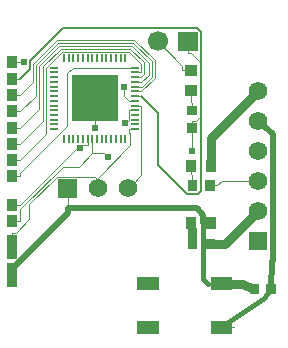
<source format=gtl>
G04 Layer: TopLayer*
G04 EasyEDA v6.4.25, 2021-10-20T20:18:06+03:00*
G04 dcba5cd40900447394ce88492ccb6976,3ac546bf038a4e40b039f7879bd882b5,10*
G04 Gerber Generator version 0.2*
G04 Scale: 100 percent, Rotated: No, Reflected: No *
G04 Dimensions in millimeters *
G04 leading zeros omitted , absolute positions ,4 integer and 5 decimal *
%FSLAX45Y45*%
%MOMM*%

%ADD11C,0.1000*%
%ADD12C,0.5000*%
%ADD13C,0.8000*%
%ADD14C,0.4000*%
%ADD15C,0.2000*%
%ADD16C,0.6100*%
%ADD17R,0.8999X1.0000*%
%ADD18R,0.8999X2.0000*%
%ADD22R,0.8640X0.8065*%
%ADD24R,0.6650X0.2000*%
%ADD25R,0.2000X0.6650*%
%ADD26R,4.0000X4.0000*%
%ADD28C,1.7000*%
%ADD29C,1.5748*%
%ADD30R,1.5748X1.5748*%

%LPD*%
D11*
X1283893Y6029731D02*
G01*
X1256461Y6029731D01*
X776630Y5549900D01*
X1283893Y6029731D02*
G01*
X1311325Y6057163D01*
X1349705Y6057163D01*
X711200Y5549900D02*
G01*
X776630Y5549900D01*
X1349705Y6110833D02*
G01*
X1349705Y6057163D01*
X2386736Y5219700D02*
G01*
X2447467Y5219700D01*
X1389710Y5986322D02*
G01*
X1275943Y5872556D01*
X1137538Y5872556D01*
X776630Y5511647D01*
X776630Y5410200D01*
X1389710Y5986322D02*
G01*
X1488694Y5986322D01*
X1519377Y5955639D01*
X1389710Y6057163D02*
G01*
X1389710Y5986322D01*
X1389710Y6110833D02*
G01*
X1389710Y6057163D01*
X711200Y5410200D02*
G01*
X776630Y5410200D01*
X2417114Y5715000D02*
G01*
X2386736Y5715000D01*
X2417114Y5715000D02*
G01*
X2447467Y5715000D01*
X2794000Y5753100D02*
G01*
X2485567Y5753100D01*
X2447467Y5715000D01*
X1428419Y5773673D02*
G01*
X1413281Y5788787D01*
X1089837Y5788787D01*
X856665Y5555614D01*
X856665Y5427471D01*
X743915Y5314721D01*
X711200Y5314721D01*
X1435100Y5689600D02*
G01*
X1435100Y5766968D01*
X1428419Y5773673D01*
X1696770Y6191580D02*
G01*
X1696770Y6164122D01*
X1710181Y6150711D01*
X1710181Y6055436D01*
X1428419Y5773673D01*
X711200Y5194300D02*
G01*
X711200Y5314721D01*
X1750440Y6191580D02*
G01*
X1696770Y6191580D01*
X2235200Y6198463D02*
G01*
X2235200Y6007100D01*
X2235200Y6198463D02*
G01*
X2235200Y6259220D01*
X2197100Y6934200D02*
G01*
X2197100Y6835038D01*
X2197100Y6835038D02*
G01*
X2221890Y6835038D01*
X2298852Y6758076D01*
X2298852Y6292494D01*
X2265578Y6259220D01*
X2235200Y6259220D01*
X1181100Y5689600D02*
G01*
X1181100Y5477890D01*
X1409700Y6231178D02*
G01*
X1409700Y6205397D01*
X1409700Y6451574D02*
G01*
X1409700Y6231178D01*
X2481706Y4884013D02*
G01*
X2371267Y4884013D01*
X2396388Y5397500D02*
G01*
X2330983Y5397500D01*
X2222576Y6688912D02*
G01*
X2152141Y6688912D01*
X2152141Y6688912D02*
G01*
X2152141Y6725158D01*
X1943100Y6934200D01*
X2762097Y4838700D02*
G01*
X2701670Y4838700D01*
X711200Y6756400D02*
G01*
X776630Y6756400D01*
X807212Y6762953D02*
G01*
X783183Y6762953D01*
X776630Y6756400D01*
X1750440Y6431584D02*
G01*
X1696745Y6431584D01*
X1660017Y6468313D01*
X1660017Y6546850D01*
X711200Y6618503D02*
G01*
X776630Y6618503D01*
X1750440Y6471589D02*
G01*
X1804136Y6471589D01*
X776630Y6480632D02*
G01*
X883615Y6587617D01*
X883615Y6743039D01*
X1090066Y6949490D01*
X1744294Y6949490D01*
X1917852Y6775932D01*
X1917852Y6625285D01*
X1804136Y6511569D01*
X711200Y6480632D02*
G01*
X776630Y6480632D01*
X1750440Y6511569D02*
G01*
X1804136Y6511569D01*
X776630Y6342735D02*
G01*
X909091Y6475196D01*
X909091Y6732498D01*
X1100607Y6924014D01*
X1733753Y6924014D01*
X1892376Y6765391D01*
X1892376Y6635877D01*
X1808073Y6551574D01*
X1750440Y6551574D01*
X711200Y6342735D02*
G01*
X776630Y6342735D01*
X711200Y6204864D02*
G01*
X776630Y6204864D01*
X1750440Y6591579D02*
G01*
X1806117Y6591579D01*
X1866900Y6652361D01*
X1866900Y6754850D01*
X1723212Y6898538D01*
X1111148Y6898538D01*
X936269Y6723659D01*
X936269Y6364503D01*
X776630Y6204864D01*
X776630Y6066967D02*
G01*
X972540Y6262878D01*
X972540Y6723913D01*
X1121689Y6873062D01*
X1712671Y6873062D01*
X1829612Y6756120D01*
X1829612Y6657035D01*
X1804162Y6631584D01*
X1750440Y6631584D01*
X711200Y6066967D02*
G01*
X776630Y6066967D01*
X776630Y5929096D02*
G01*
X998016Y6150482D01*
X998016Y6713372D01*
X1132230Y6847586D01*
X1702130Y6847586D01*
X1804136Y6745579D01*
X1804136Y6671589D01*
X711200Y5929096D02*
G01*
X776630Y5929096D01*
X1750440Y6671589D02*
G01*
X1804136Y6671589D01*
X711200Y5791200D02*
G01*
X776630Y5791200D01*
X1750440Y6711569D02*
G01*
X1223213Y6711569D01*
X1176528Y6664883D01*
X1176528Y6218402D01*
X776630Y5818504D01*
X776630Y5791200D01*
X1696770Y6351574D02*
G01*
X1696770Y6273292D01*
X1670532Y6247053D01*
X1750440Y6351574D02*
G01*
X1696770Y6351574D01*
X2481706Y4514011D02*
G01*
X2592120Y4514011D01*
X2235200Y6349136D02*
G01*
X2235200Y6409867D01*
X2235200Y6409867D02*
G01*
X2222576Y6422491D01*
X2222576Y6518910D01*
X2226386Y5397500D02*
G01*
X2226386Y5327091D01*
X2226386Y5880100D02*
G01*
X2226386Y5809691D01*
X2226386Y5809691D02*
G01*
X2236063Y5800013D01*
X2236063Y5715000D01*
X1750440Y6391579D02*
G01*
X1804136Y6391579D01*
D12*
X1181100Y5478018D02*
G01*
X1181100Y5524500D01*
X2273300Y5524500D01*
X2330958Y5466842D01*
X2330958Y5397500D01*
X1181100Y5478018D02*
G01*
X719581Y5016500D01*
X711200Y5016500D01*
D13*
X2794000Y5499100D02*
G01*
X2514600Y5219700D01*
X2386736Y5219700D01*
D14*
X2371343Y4883912D02*
G01*
X2330958Y4924297D01*
X2330958Y5397500D01*
D13*
X2226386Y5397500D02*
G01*
X2236063Y5317413D01*
X2236063Y5219700D01*
X2481834Y4883912D02*
G01*
X2656331Y4883912D01*
X2762097Y4838700D01*
D14*
X2481706Y4514011D02*
G01*
X2841675Y4763566D01*
X2902102Y4838700D01*
D12*
X2794000Y6261100D02*
G01*
X2921000Y6146800D01*
X2921000Y5080000D01*
X2908300Y5067300D01*
X2902204Y4838700D01*
D13*
X2794000Y6515100D02*
G01*
X2396388Y6117488D01*
X2396388Y5880100D01*
D15*
X776731Y6618478D02*
G01*
X858012Y6700012D01*
X858012Y6765544D01*
X1142745Y7050023D01*
X2275331Y7050023D01*
X2311400Y7013955D01*
X2311400Y5664454D01*
X2287524Y5640578D01*
X2188463Y5640578D01*
X1943354Y5885687D01*
X1943354Y6332473D01*
X1804162Y6471665D01*
D11*
X1804162Y6391655D02*
G01*
X1804162Y5804662D01*
X1776221Y5776721D01*
X1769110Y5769610D01*
X1755394Y5755894D01*
X1689100Y5689600D01*
D17*
G01*
X711200Y5549900D03*
G01*
X711200Y5410200D03*
D18*
G01*
X711200Y5194300D03*
G01*
X711200Y4953000D03*
D17*
G01*
X711200Y6756400D03*
G01*
X711200Y6618503D03*
G01*
X711200Y6480632D03*
G01*
X711200Y6342735D03*
G01*
X711200Y6204864D03*
G01*
X711200Y6066967D03*
G01*
X711200Y5929096D03*
G01*
X711200Y5791200D03*
G36*
X2862099Y4883701D02*
G01*
X2942099Y4883701D01*
X2942099Y4793698D01*
X2862099Y4793698D01*
G37*
G36*
X2722100Y4883701D02*
G01*
X2802100Y4883701D01*
X2802100Y4793698D01*
X2722100Y4793698D01*
G37*
G36*
X2172568Y6733910D02*
G01*
X2272568Y6733910D01*
X2272568Y6643918D01*
X2172568Y6643918D01*
G37*
G36*
X2172568Y6563911D02*
G01*
X2272568Y6563911D01*
X2272568Y6473918D01*
X2172568Y6473918D01*
G37*
G36*
X1771700Y4939012D02*
G01*
X1951700Y4939012D01*
X1951700Y4829012D01*
X1771700Y4829012D01*
G37*
G36*
X2391699Y4939014D02*
G01*
X2571699Y4939014D01*
X2571699Y4829012D01*
X2391699Y4829012D01*
G37*
G36*
X1771700Y4569012D02*
G01*
X1951700Y4569012D01*
X1951700Y4459010D01*
X1771700Y4459010D01*
G37*
G36*
X2391699Y4569012D02*
G01*
X2571699Y4569012D01*
X2571699Y4459010D01*
X2391699Y4459010D01*
G37*
G36*
X2278400Y6308801D02*
G01*
X2191999Y6308801D01*
X2191999Y6389448D01*
X2278400Y6389448D01*
G37*
D22*
G01*
X2235200Y6198463D03*
G36*
X2276398Y5758200D02*
G01*
X2276398Y5671799D01*
X2195751Y5671799D01*
X2195751Y5758200D01*
G37*
G36*
X2346401Y5758200D02*
G01*
X2346401Y5671799D01*
X2427048Y5671799D01*
X2427048Y5758200D01*
G37*
G36*
X2276398Y5262900D02*
G01*
X2276398Y5176499D01*
X2195751Y5176499D01*
X2195751Y5262900D01*
G37*
G36*
X2346401Y5262900D02*
G01*
X2346401Y5176499D01*
X2427048Y5176499D01*
X2427048Y5262900D01*
G37*
D17*
G01*
X2396388Y5880100D03*
G01*
X2226386Y5880100D03*
G01*
X2396388Y5397500D03*
G01*
X2226386Y5397500D03*
D24*
G01*
X1750440Y6191580D03*
G01*
X1750440Y6231585D03*
G01*
X1750440Y6271590D03*
G01*
X1750440Y6311569D03*
G01*
X1750440Y6351574D03*
G01*
X1750440Y6391579D03*
G01*
X1750440Y6431584D03*
G01*
X1750440Y6471589D03*
G01*
X1750440Y6511569D03*
G01*
X1750440Y6551574D03*
G01*
X1750440Y6591579D03*
G01*
X1750440Y6631584D03*
G01*
X1750440Y6671589D03*
G01*
X1750440Y6711569D03*
D25*
G01*
X1669694Y6792366D03*
G01*
X1629714Y6792366D03*
G01*
X1589709Y6792366D03*
G01*
X1549704Y6792366D03*
G01*
X1509699Y6792366D03*
G01*
X1469694Y6792366D03*
G01*
X1429715Y6792366D03*
G01*
X1389710Y6792366D03*
G01*
X1349705Y6792366D03*
G01*
X1309700Y6792366D03*
G01*
X1269695Y6792366D03*
G01*
X1229715Y6792366D03*
G01*
X1189710Y6792366D03*
G01*
X1149705Y6792366D03*
D24*
G01*
X1068933Y6711569D03*
G01*
X1068933Y6671589D03*
G01*
X1068933Y6631584D03*
G01*
X1068933Y6591579D03*
G01*
X1068933Y6551574D03*
G01*
X1068933Y6511569D03*
G01*
X1068933Y6471589D03*
G01*
X1068933Y6431584D03*
G01*
X1068933Y6391579D03*
G01*
X1068933Y6351574D03*
G01*
X1068933Y6311569D03*
G01*
X1068933Y6271590D03*
G01*
X1068933Y6231585D03*
G01*
X1068933Y6191580D03*
D25*
G01*
X1149705Y6110833D03*
G01*
X1189710Y6110833D03*
G01*
X1229715Y6110833D03*
G01*
X1269695Y6110833D03*
G01*
X1309700Y6110833D03*
G01*
X1349705Y6110833D03*
G01*
X1389710Y6110833D03*
G01*
X1429715Y6110833D03*
G01*
X1469694Y6110833D03*
G01*
X1509699Y6110833D03*
G01*
X1549704Y6110833D03*
G01*
X1589709Y6110833D03*
G01*
X1629714Y6110833D03*
G01*
X1669694Y6110833D03*
D26*
G01*
X1409700Y6451574D03*
G36*
X2282098Y7012939D02*
G01*
X2112098Y7012939D01*
X2112098Y6855460D01*
X2282098Y6855460D01*
G37*
D28*
G01*
X1943100Y6934200D03*
D29*
G01*
X1689100Y5689600D03*
G01*
X1435100Y5689600D03*
G36*
X1102360Y5768339D02*
G01*
X1259839Y5768339D01*
X1259839Y5610860D01*
X1102360Y5610860D01*
G37*
G01*
X2794000Y6515100D03*
G01*
X2794000Y6261100D03*
G01*
X2794000Y6007100D03*
G01*
X2794000Y5753100D03*
G01*
X2794000Y5499100D03*
D30*
G01*
X2794000Y5245100D03*
D16*
G01*
X1283893Y6029731D03*
G01*
X1519377Y5955639D03*
G01*
X2235200Y6007100D03*
G01*
X1409700Y6205397D03*
G01*
X807212Y6762953D03*
G01*
X1660017Y6546850D03*
G01*
X1670532Y6247053D03*
M02*

</source>
